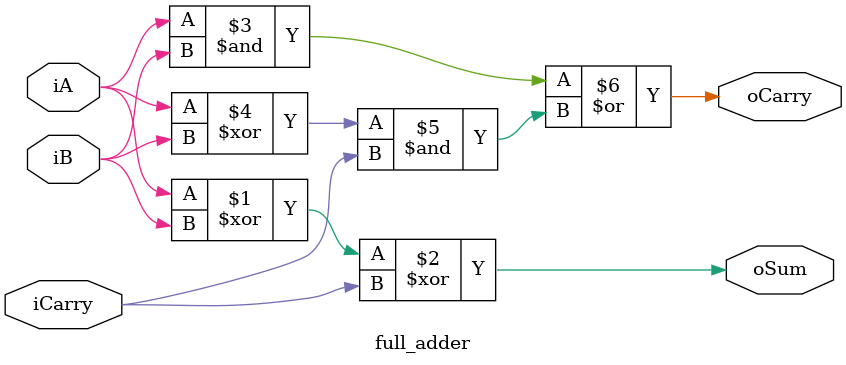
<source format=v>
`timescale 1ns / 1ps


module full_adder(
    input   wire    iA, iB, iCarry,
    output  wire    oSum, oCarry
    );
    assign oSum = iA ^ iB ^ iCarry;    
    assign oCarry =  (iA & iB) | ((iA ^ iB) & iCarry);  
endmodule

</source>
